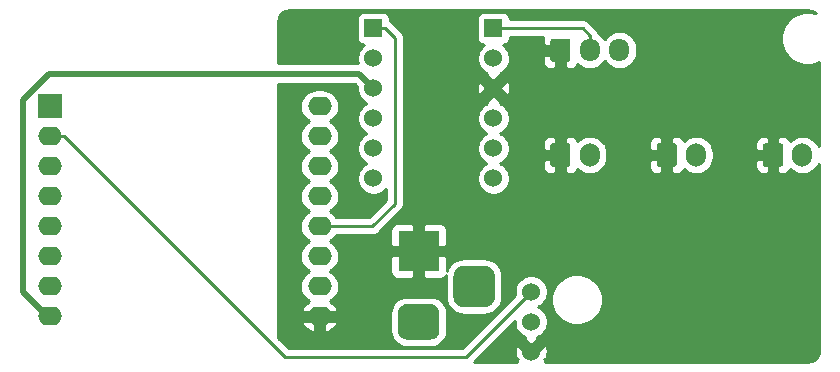
<source format=gbr>
G04 #@! TF.GenerationSoftware,KiCad,Pcbnew,(5.1.5)-3*
G04 #@! TF.CreationDate,2021-02-16T20:40:51+01:00*
G04 #@! TF.ProjectId,Nanoleafs,4e616e6f-6c65-4616-9673-2e6b69636164,rev?*
G04 #@! TF.SameCoordinates,Original*
G04 #@! TF.FileFunction,Copper,L1,Top*
G04 #@! TF.FilePolarity,Positive*
%FSLAX46Y46*%
G04 Gerber Fmt 4.6, Leading zero omitted, Abs format (unit mm)*
G04 Created by KiCad (PCBNEW (5.1.5)-3) date 2021-02-16 20:40:51*
%MOMM*%
%LPD*%
G04 APERTURE LIST*
%ADD10O,1.700000X2.000000*%
%ADD11C,0.100000*%
%ADD12R,3.500000X3.500000*%
%ADD13C,1.524000*%
%ADD14O,1.700000X1.950000*%
%ADD15R,1.524000X1.524000*%
%ADD16O,2.000000X1.600000*%
%ADD17R,2.000000X2.000000*%
%ADD18C,0.500000*%
%ADD19C,0.250000*%
%ADD20C,0.254000*%
G04 APERTURE END LIST*
D10*
X106000000Y-30375000D03*
G04 #@! TA.AperFunction,ComponentPad*
D11*
G36*
X104124504Y-29376204D02*
G01*
X104148773Y-29379804D01*
X104172571Y-29385765D01*
X104195671Y-29394030D01*
X104217849Y-29404520D01*
X104238893Y-29417133D01*
X104258598Y-29431747D01*
X104276777Y-29448223D01*
X104293253Y-29466402D01*
X104307867Y-29486107D01*
X104320480Y-29507151D01*
X104330970Y-29529329D01*
X104339235Y-29552429D01*
X104345196Y-29576227D01*
X104348796Y-29600496D01*
X104350000Y-29625000D01*
X104350000Y-31125000D01*
X104348796Y-31149504D01*
X104345196Y-31173773D01*
X104339235Y-31197571D01*
X104330970Y-31220671D01*
X104320480Y-31242849D01*
X104307867Y-31263893D01*
X104293253Y-31283598D01*
X104276777Y-31301777D01*
X104258598Y-31318253D01*
X104238893Y-31332867D01*
X104217849Y-31345480D01*
X104195671Y-31355970D01*
X104172571Y-31364235D01*
X104148773Y-31370196D01*
X104124504Y-31373796D01*
X104100000Y-31375000D01*
X102900000Y-31375000D01*
X102875496Y-31373796D01*
X102851227Y-31370196D01*
X102827429Y-31364235D01*
X102804329Y-31355970D01*
X102782151Y-31345480D01*
X102761107Y-31332867D01*
X102741402Y-31318253D01*
X102723223Y-31301777D01*
X102706747Y-31283598D01*
X102692133Y-31263893D01*
X102679520Y-31242849D01*
X102669030Y-31220671D01*
X102660765Y-31197571D01*
X102654804Y-31173773D01*
X102651204Y-31149504D01*
X102650000Y-31125000D01*
X102650000Y-29625000D01*
X102651204Y-29600496D01*
X102654804Y-29576227D01*
X102660765Y-29552429D01*
X102669030Y-29529329D01*
X102679520Y-29507151D01*
X102692133Y-29486107D01*
X102706747Y-29466402D01*
X102723223Y-29448223D01*
X102741402Y-29431747D01*
X102761107Y-29417133D01*
X102782151Y-29404520D01*
X102804329Y-29394030D01*
X102827429Y-29385765D01*
X102851227Y-29379804D01*
X102875496Y-29376204D01*
X102900000Y-29375000D01*
X104100000Y-29375000D01*
X104124504Y-29376204D01*
G37*
G04 #@! TD.AperFunction*
G04 #@! TA.AperFunction,ComponentPad*
G36*
X79160765Y-39754213D02*
G01*
X79245704Y-39766813D01*
X79328999Y-39787677D01*
X79409848Y-39816605D01*
X79487472Y-39853319D01*
X79561124Y-39897464D01*
X79630094Y-39948616D01*
X79693718Y-40006282D01*
X79751384Y-40069906D01*
X79802536Y-40138876D01*
X79846681Y-40212528D01*
X79883395Y-40290152D01*
X79912323Y-40371001D01*
X79933187Y-40454296D01*
X79945787Y-40539235D01*
X79950000Y-40625000D01*
X79950000Y-42375000D01*
X79945787Y-42460765D01*
X79933187Y-42545704D01*
X79912323Y-42628999D01*
X79883395Y-42709848D01*
X79846681Y-42787472D01*
X79802536Y-42861124D01*
X79751384Y-42930094D01*
X79693718Y-42993718D01*
X79630094Y-43051384D01*
X79561124Y-43102536D01*
X79487472Y-43146681D01*
X79409848Y-43183395D01*
X79328999Y-43212323D01*
X79245704Y-43233187D01*
X79160765Y-43245787D01*
X79075000Y-43250000D01*
X77325000Y-43250000D01*
X77239235Y-43245787D01*
X77154296Y-43233187D01*
X77071001Y-43212323D01*
X76990152Y-43183395D01*
X76912528Y-43146681D01*
X76838876Y-43102536D01*
X76769906Y-43051384D01*
X76706282Y-42993718D01*
X76648616Y-42930094D01*
X76597464Y-42861124D01*
X76553319Y-42787472D01*
X76516605Y-42709848D01*
X76487677Y-42628999D01*
X76466813Y-42545704D01*
X76454213Y-42460765D01*
X76450000Y-42375000D01*
X76450000Y-40625000D01*
X76454213Y-40539235D01*
X76466813Y-40454296D01*
X76487677Y-40371001D01*
X76516605Y-40290152D01*
X76553319Y-40212528D01*
X76597464Y-40138876D01*
X76648616Y-40069906D01*
X76706282Y-40006282D01*
X76769906Y-39948616D01*
X76838876Y-39897464D01*
X76912528Y-39853319D01*
X76990152Y-39816605D01*
X77071001Y-39787677D01*
X77154296Y-39766813D01*
X77239235Y-39754213D01*
X77325000Y-39750000D01*
X79075000Y-39750000D01*
X79160765Y-39754213D01*
G37*
G04 #@! TD.AperFunction*
G04 #@! TA.AperFunction,ComponentPad*
G36*
X74573513Y-43003611D02*
G01*
X74646318Y-43014411D01*
X74717714Y-43032295D01*
X74787013Y-43057090D01*
X74853548Y-43088559D01*
X74916678Y-43126398D01*
X74975795Y-43170242D01*
X75030330Y-43219670D01*
X75079758Y-43274205D01*
X75123602Y-43333322D01*
X75161441Y-43396452D01*
X75192910Y-43462987D01*
X75217705Y-43532286D01*
X75235589Y-43603682D01*
X75246389Y-43676487D01*
X75250000Y-43750000D01*
X75250000Y-45250000D01*
X75246389Y-45323513D01*
X75235589Y-45396318D01*
X75217705Y-45467714D01*
X75192910Y-45537013D01*
X75161441Y-45603548D01*
X75123602Y-45666678D01*
X75079758Y-45725795D01*
X75030330Y-45780330D01*
X74975795Y-45829758D01*
X74916678Y-45873602D01*
X74853548Y-45911441D01*
X74787013Y-45942910D01*
X74717714Y-45967705D01*
X74646318Y-45985589D01*
X74573513Y-45996389D01*
X74500000Y-46000000D01*
X72500000Y-46000000D01*
X72426487Y-45996389D01*
X72353682Y-45985589D01*
X72282286Y-45967705D01*
X72212987Y-45942910D01*
X72146452Y-45911441D01*
X72083322Y-45873602D01*
X72024205Y-45829758D01*
X71969670Y-45780330D01*
X71920242Y-45725795D01*
X71876398Y-45666678D01*
X71838559Y-45603548D01*
X71807090Y-45537013D01*
X71782295Y-45467714D01*
X71764411Y-45396318D01*
X71753611Y-45323513D01*
X71750000Y-45250000D01*
X71750000Y-43750000D01*
X71753611Y-43676487D01*
X71764411Y-43603682D01*
X71782295Y-43532286D01*
X71807090Y-43462987D01*
X71838559Y-43396452D01*
X71876398Y-43333322D01*
X71920242Y-43274205D01*
X71969670Y-43219670D01*
X72024205Y-43170242D01*
X72083322Y-43126398D01*
X72146452Y-43088559D01*
X72212987Y-43057090D01*
X72282286Y-43032295D01*
X72353682Y-43014411D01*
X72426487Y-43003611D01*
X72500000Y-43000000D01*
X74500000Y-43000000D01*
X74573513Y-43003611D01*
G37*
G04 #@! TD.AperFunction*
D12*
X73500000Y-38500000D03*
D13*
X83020000Y-47040000D03*
X83020000Y-44500000D03*
X83020000Y-41960000D03*
D10*
X97000000Y-30375000D03*
G04 #@! TA.AperFunction,ComponentPad*
D11*
G36*
X95124504Y-29376204D02*
G01*
X95148773Y-29379804D01*
X95172571Y-29385765D01*
X95195671Y-29394030D01*
X95217849Y-29404520D01*
X95238893Y-29417133D01*
X95258598Y-29431747D01*
X95276777Y-29448223D01*
X95293253Y-29466402D01*
X95307867Y-29486107D01*
X95320480Y-29507151D01*
X95330970Y-29529329D01*
X95339235Y-29552429D01*
X95345196Y-29576227D01*
X95348796Y-29600496D01*
X95350000Y-29625000D01*
X95350000Y-31125000D01*
X95348796Y-31149504D01*
X95345196Y-31173773D01*
X95339235Y-31197571D01*
X95330970Y-31220671D01*
X95320480Y-31242849D01*
X95307867Y-31263893D01*
X95293253Y-31283598D01*
X95276777Y-31301777D01*
X95258598Y-31318253D01*
X95238893Y-31332867D01*
X95217849Y-31345480D01*
X95195671Y-31355970D01*
X95172571Y-31364235D01*
X95148773Y-31370196D01*
X95124504Y-31373796D01*
X95100000Y-31375000D01*
X93900000Y-31375000D01*
X93875496Y-31373796D01*
X93851227Y-31370196D01*
X93827429Y-31364235D01*
X93804329Y-31355970D01*
X93782151Y-31345480D01*
X93761107Y-31332867D01*
X93741402Y-31318253D01*
X93723223Y-31301777D01*
X93706747Y-31283598D01*
X93692133Y-31263893D01*
X93679520Y-31242849D01*
X93669030Y-31220671D01*
X93660765Y-31197571D01*
X93654804Y-31173773D01*
X93651204Y-31149504D01*
X93650000Y-31125000D01*
X93650000Y-29625000D01*
X93651204Y-29600496D01*
X93654804Y-29576227D01*
X93660765Y-29552429D01*
X93669030Y-29529329D01*
X93679520Y-29507151D01*
X93692133Y-29486107D01*
X93706747Y-29466402D01*
X93723223Y-29448223D01*
X93741402Y-29431747D01*
X93761107Y-29417133D01*
X93782151Y-29404520D01*
X93804329Y-29394030D01*
X93827429Y-29385765D01*
X93851227Y-29379804D01*
X93875496Y-29376204D01*
X93900000Y-29375000D01*
X95100000Y-29375000D01*
X95124504Y-29376204D01*
G37*
G04 #@! TD.AperFunction*
D10*
X88000000Y-30375000D03*
G04 #@! TA.AperFunction,ComponentPad*
D11*
G36*
X86124504Y-29376204D02*
G01*
X86148773Y-29379804D01*
X86172571Y-29385765D01*
X86195671Y-29394030D01*
X86217849Y-29404520D01*
X86238893Y-29417133D01*
X86258598Y-29431747D01*
X86276777Y-29448223D01*
X86293253Y-29466402D01*
X86307867Y-29486107D01*
X86320480Y-29507151D01*
X86330970Y-29529329D01*
X86339235Y-29552429D01*
X86345196Y-29576227D01*
X86348796Y-29600496D01*
X86350000Y-29625000D01*
X86350000Y-31125000D01*
X86348796Y-31149504D01*
X86345196Y-31173773D01*
X86339235Y-31197571D01*
X86330970Y-31220671D01*
X86320480Y-31242849D01*
X86307867Y-31263893D01*
X86293253Y-31283598D01*
X86276777Y-31301777D01*
X86258598Y-31318253D01*
X86238893Y-31332867D01*
X86217849Y-31345480D01*
X86195671Y-31355970D01*
X86172571Y-31364235D01*
X86148773Y-31370196D01*
X86124504Y-31373796D01*
X86100000Y-31375000D01*
X84900000Y-31375000D01*
X84875496Y-31373796D01*
X84851227Y-31370196D01*
X84827429Y-31364235D01*
X84804329Y-31355970D01*
X84782151Y-31345480D01*
X84761107Y-31332867D01*
X84741402Y-31318253D01*
X84723223Y-31301777D01*
X84706747Y-31283598D01*
X84692133Y-31263893D01*
X84679520Y-31242849D01*
X84669030Y-31220671D01*
X84660765Y-31197571D01*
X84654804Y-31173773D01*
X84651204Y-31149504D01*
X84650000Y-31125000D01*
X84650000Y-29625000D01*
X84651204Y-29600496D01*
X84654804Y-29576227D01*
X84660765Y-29552429D01*
X84669030Y-29529329D01*
X84679520Y-29507151D01*
X84692133Y-29486107D01*
X84706747Y-29466402D01*
X84723223Y-29448223D01*
X84741402Y-29431747D01*
X84761107Y-29417133D01*
X84782151Y-29404520D01*
X84804329Y-29394030D01*
X84827429Y-29385765D01*
X84851227Y-29379804D01*
X84875496Y-29376204D01*
X84900000Y-29375000D01*
X86100000Y-29375000D01*
X86124504Y-29376204D01*
G37*
G04 #@! TD.AperFunction*
D14*
X90500000Y-21500000D03*
X88000000Y-21500000D03*
G04 #@! TA.AperFunction,ComponentPad*
D11*
G36*
X86124504Y-20526204D02*
G01*
X86148773Y-20529804D01*
X86172571Y-20535765D01*
X86195671Y-20544030D01*
X86217849Y-20554520D01*
X86238893Y-20567133D01*
X86258598Y-20581747D01*
X86276777Y-20598223D01*
X86293253Y-20616402D01*
X86307867Y-20636107D01*
X86320480Y-20657151D01*
X86330970Y-20679329D01*
X86339235Y-20702429D01*
X86345196Y-20726227D01*
X86348796Y-20750496D01*
X86350000Y-20775000D01*
X86350000Y-22225000D01*
X86348796Y-22249504D01*
X86345196Y-22273773D01*
X86339235Y-22297571D01*
X86330970Y-22320671D01*
X86320480Y-22342849D01*
X86307867Y-22363893D01*
X86293253Y-22383598D01*
X86276777Y-22401777D01*
X86258598Y-22418253D01*
X86238893Y-22432867D01*
X86217849Y-22445480D01*
X86195671Y-22455970D01*
X86172571Y-22464235D01*
X86148773Y-22470196D01*
X86124504Y-22473796D01*
X86100000Y-22475000D01*
X84900000Y-22475000D01*
X84875496Y-22473796D01*
X84851227Y-22470196D01*
X84827429Y-22464235D01*
X84804329Y-22455970D01*
X84782151Y-22445480D01*
X84761107Y-22432867D01*
X84741402Y-22418253D01*
X84723223Y-22401777D01*
X84706747Y-22383598D01*
X84692133Y-22363893D01*
X84679520Y-22342849D01*
X84669030Y-22320671D01*
X84660765Y-22297571D01*
X84654804Y-22273773D01*
X84651204Y-22249504D01*
X84650000Y-22225000D01*
X84650000Y-20775000D01*
X84651204Y-20750496D01*
X84654804Y-20726227D01*
X84660765Y-20702429D01*
X84669030Y-20679329D01*
X84679520Y-20657151D01*
X84692133Y-20636107D01*
X84706747Y-20616402D01*
X84723223Y-20598223D01*
X84741402Y-20581747D01*
X84761107Y-20567133D01*
X84782151Y-20554520D01*
X84804329Y-20544030D01*
X84827429Y-20535765D01*
X84851227Y-20529804D01*
X84875496Y-20526204D01*
X84900000Y-20525000D01*
X86100000Y-20525000D01*
X86124504Y-20526204D01*
G37*
G04 #@! TD.AperFunction*
D15*
X69670000Y-19650000D03*
D13*
X69670000Y-22190000D03*
X69670000Y-24730000D03*
X69670000Y-27270000D03*
X69670000Y-29810000D03*
X69670000Y-32350000D03*
D15*
X79830000Y-19650000D03*
D13*
X79830000Y-22190000D03*
X79830000Y-24730000D03*
X79830000Y-27270000D03*
X79830000Y-29810000D03*
X79830000Y-32350000D03*
D16*
X65110000Y-26250000D03*
X65110000Y-28790000D03*
X65110000Y-31330000D03*
X65110000Y-33870000D03*
X65110000Y-36410000D03*
X65110000Y-38950000D03*
X65110000Y-41490000D03*
X65110000Y-44030000D03*
X42250000Y-44030000D03*
X42250000Y-41490000D03*
X42250000Y-38950000D03*
X42250000Y-36410000D03*
X42250000Y-33870000D03*
X42250000Y-31330000D03*
D17*
X42250000Y-26250000D03*
D16*
X42250000Y-28790000D03*
D18*
X85500000Y-22475000D02*
X85500000Y-21500000D01*
D19*
X43500000Y-28790000D02*
X62210000Y-47500000D01*
X42250000Y-28790000D02*
X43500000Y-28790000D01*
X77480000Y-47500000D02*
X83020000Y-41960000D01*
X62210000Y-47500000D02*
X77480000Y-47500000D01*
X88000000Y-20275000D02*
X88000000Y-21500000D01*
X87375000Y-19650000D02*
X88000000Y-20275000D01*
X79830000Y-19650000D02*
X87375000Y-19650000D01*
X65110000Y-36410000D02*
X69590000Y-36410000D01*
X69590000Y-36410000D02*
X71500000Y-34500000D01*
X70682000Y-19650000D02*
X69670000Y-19650000D01*
X71500000Y-20468000D02*
X70682000Y-19650000D01*
X71500000Y-34500000D02*
X71500000Y-20468000D01*
D18*
X42050000Y-44030000D02*
X40000000Y-41980000D01*
X42250000Y-44030000D02*
X42050000Y-44030000D01*
X40000000Y-25689998D02*
X42189998Y-23500000D01*
X40000000Y-41980000D02*
X40000000Y-25689998D01*
X68440000Y-23500000D02*
X69670000Y-24730000D01*
X42189998Y-23500000D02*
X68440000Y-23500000D01*
D20*
G36*
X106670189Y-18144376D02*
G01*
X106833850Y-18194022D01*
X106984672Y-18274638D01*
X107103735Y-18372350D01*
X107051925Y-18350890D01*
X106620128Y-18265000D01*
X106179872Y-18265000D01*
X105748075Y-18350890D01*
X105341331Y-18519369D01*
X104975271Y-18763962D01*
X104663962Y-19075271D01*
X104419369Y-19441331D01*
X104250890Y-19848075D01*
X104165000Y-20279872D01*
X104165000Y-20720128D01*
X104250890Y-21151925D01*
X104419369Y-21558669D01*
X104663962Y-21924729D01*
X104975271Y-22236038D01*
X105341331Y-22480631D01*
X105748075Y-22649110D01*
X106179872Y-22735000D01*
X106620128Y-22735000D01*
X107051925Y-22649110D01*
X107373000Y-22516116D01*
X107373000Y-29643491D01*
X107240706Y-29395986D01*
X107055134Y-29169866D01*
X106829013Y-28984294D01*
X106571033Y-28846401D01*
X106291110Y-28761487D01*
X106000000Y-28732815D01*
X105708889Y-28761487D01*
X105428966Y-28846401D01*
X105170986Y-28984294D01*
X104950055Y-29165608D01*
X104939502Y-29130820D01*
X104880537Y-29020506D01*
X104801185Y-28923815D01*
X104704494Y-28844463D01*
X104594180Y-28785498D01*
X104474482Y-28749188D01*
X104350000Y-28736928D01*
X104031750Y-28740000D01*
X103873000Y-28898750D01*
X103873000Y-30002000D01*
X103893000Y-30002000D01*
X103893000Y-30748000D01*
X103873000Y-30748000D01*
X103873000Y-31851250D01*
X104031750Y-32010000D01*
X104350000Y-32013072D01*
X104474482Y-32000812D01*
X104594180Y-31964502D01*
X104704494Y-31905537D01*
X104801185Y-31826185D01*
X104880537Y-31729494D01*
X104939502Y-31619180D01*
X104950055Y-31584392D01*
X105170987Y-31765706D01*
X105428967Y-31903599D01*
X105708890Y-31988513D01*
X106000000Y-32017185D01*
X106291111Y-31988513D01*
X106571034Y-31903599D01*
X106829014Y-31765706D01*
X107055134Y-31580134D01*
X107240706Y-31354014D01*
X107373000Y-31106508D01*
X107373000Y-46993766D01*
X107355624Y-47170189D01*
X107305978Y-47333850D01*
X107225362Y-47484672D01*
X107116870Y-47616870D01*
X106984672Y-47725362D01*
X106833850Y-47805978D01*
X106670189Y-47855624D01*
X106493766Y-47873000D01*
X84171347Y-47873000D01*
X84275926Y-47768421D01*
X84123669Y-47616164D01*
X84334084Y-47533684D01*
X84405147Y-47267833D01*
X84422980Y-46993227D01*
X84386897Y-46720417D01*
X84334084Y-46546316D01*
X84123667Y-46463835D01*
X83547502Y-47040000D01*
X83561644Y-47054142D01*
X83034142Y-47581644D01*
X83020000Y-47567502D01*
X83005858Y-47581644D01*
X82478356Y-47054142D01*
X82492498Y-47040000D01*
X81916333Y-46463835D01*
X81705916Y-46546316D01*
X81634853Y-46812167D01*
X81617020Y-47086773D01*
X81653103Y-47359583D01*
X81705916Y-47533684D01*
X81916331Y-47616164D01*
X81764074Y-47768421D01*
X81868653Y-47873000D01*
X78181801Y-47873000D01*
X81623000Y-44431802D01*
X81623000Y-44637592D01*
X81676686Y-44907490D01*
X81781995Y-45161727D01*
X81934880Y-45390535D01*
X82129465Y-45585120D01*
X82358273Y-45738005D01*
X82498766Y-45796199D01*
X82443835Y-45936333D01*
X83020000Y-46512498D01*
X83596165Y-45936333D01*
X83541234Y-45796199D01*
X83681727Y-45738005D01*
X83910535Y-45585120D01*
X84105120Y-45390535D01*
X84258005Y-45161727D01*
X84363314Y-44907490D01*
X84417000Y-44637592D01*
X84417000Y-44362408D01*
X84363314Y-44092510D01*
X84258005Y-43838273D01*
X84105120Y-43609465D01*
X83910535Y-43414880D01*
X83681727Y-43261995D01*
X83604485Y-43230000D01*
X83681727Y-43198005D01*
X83910535Y-43045120D01*
X84105120Y-42850535D01*
X84258005Y-42621727D01*
X84342271Y-42418290D01*
X84730497Y-42418290D01*
X84730497Y-42845644D01*
X84813870Y-43264788D01*
X84977412Y-43659612D01*
X85214837Y-44014944D01*
X85517023Y-44317130D01*
X85872355Y-44554555D01*
X86267179Y-44718097D01*
X86686323Y-44801470D01*
X87113677Y-44801470D01*
X87532821Y-44718097D01*
X87927645Y-44554555D01*
X88282977Y-44317130D01*
X88585163Y-44014944D01*
X88822588Y-43659612D01*
X88986130Y-43264788D01*
X89069503Y-42845644D01*
X89069503Y-42418290D01*
X88986130Y-41999146D01*
X88822588Y-41604322D01*
X88585163Y-41248990D01*
X88282977Y-40946804D01*
X87927645Y-40709379D01*
X87532821Y-40545837D01*
X87113677Y-40462464D01*
X86686323Y-40462464D01*
X86267179Y-40545837D01*
X85872355Y-40709379D01*
X85517023Y-40946804D01*
X85214837Y-41248990D01*
X84977412Y-41604322D01*
X84813870Y-41999146D01*
X84730497Y-42418290D01*
X84342271Y-42418290D01*
X84363314Y-42367490D01*
X84417000Y-42097592D01*
X84417000Y-41822408D01*
X84363314Y-41552510D01*
X84258005Y-41298273D01*
X84105120Y-41069465D01*
X83910535Y-40874880D01*
X83681727Y-40721995D01*
X83427490Y-40616686D01*
X83157592Y-40563000D01*
X82882408Y-40563000D01*
X82612510Y-40616686D01*
X82358273Y-40721995D01*
X82129465Y-40874880D01*
X81934880Y-41069465D01*
X81781995Y-41298273D01*
X81676686Y-41552510D01*
X81623000Y-41822408D01*
X81623000Y-42097592D01*
X81653628Y-42251570D01*
X77165199Y-46740000D01*
X62524802Y-46740000D01*
X61627000Y-45842198D01*
X61627000Y-44615175D01*
X63599735Y-44615175D01*
X63665703Y-44720196D01*
X63824262Y-44949684D01*
X64024546Y-45143829D01*
X64258857Y-45295171D01*
X64518191Y-45397893D01*
X64737000Y-45283594D01*
X64737000Y-44403000D01*
X65483000Y-44403000D01*
X65483000Y-45283594D01*
X65701809Y-45397893D01*
X65961143Y-45295171D01*
X66195454Y-45143829D01*
X66395738Y-44949684D01*
X66554297Y-44720196D01*
X66620265Y-44615175D01*
X66530527Y-44403000D01*
X65483000Y-44403000D01*
X64737000Y-44403000D01*
X63689473Y-44403000D01*
X63599735Y-44615175D01*
X61627000Y-44615175D01*
X61627000Y-43750000D01*
X71111928Y-43750000D01*
X71111928Y-45250000D01*
X71138599Y-45520799D01*
X71217589Y-45781192D01*
X71345860Y-46021171D01*
X71518485Y-46231515D01*
X71728829Y-46404140D01*
X71968808Y-46532411D01*
X72229201Y-46611401D01*
X72500000Y-46638072D01*
X74500000Y-46638072D01*
X74770799Y-46611401D01*
X75031192Y-46532411D01*
X75271171Y-46404140D01*
X75481515Y-46231515D01*
X75654140Y-46021171D01*
X75782411Y-45781192D01*
X75861401Y-45520799D01*
X75888072Y-45250000D01*
X75888072Y-43750000D01*
X75861401Y-43479201D01*
X75782411Y-43218808D01*
X75654140Y-42978829D01*
X75481515Y-42768485D01*
X75271171Y-42595860D01*
X75031192Y-42467589D01*
X74770799Y-42388599D01*
X74500000Y-42361928D01*
X72500000Y-42361928D01*
X72229201Y-42388599D01*
X71968808Y-42467589D01*
X71728829Y-42595860D01*
X71518485Y-42768485D01*
X71345860Y-42978829D01*
X71217589Y-43218808D01*
X71138599Y-43479201D01*
X71111928Y-43750000D01*
X61627000Y-43750000D01*
X61627000Y-24385000D01*
X68073422Y-24385000D01*
X68274299Y-24585877D01*
X68273000Y-24592408D01*
X68273000Y-24867592D01*
X68326686Y-25137490D01*
X68431995Y-25391727D01*
X68584880Y-25620535D01*
X68779465Y-25815120D01*
X69008273Y-25968005D01*
X69085515Y-26000000D01*
X69008273Y-26031995D01*
X68779465Y-26184880D01*
X68584880Y-26379465D01*
X68431995Y-26608273D01*
X68326686Y-26862510D01*
X68273000Y-27132408D01*
X68273000Y-27407592D01*
X68326686Y-27677490D01*
X68431995Y-27931727D01*
X68584880Y-28160535D01*
X68779465Y-28355120D01*
X69008273Y-28508005D01*
X69085515Y-28540000D01*
X69008273Y-28571995D01*
X68779465Y-28724880D01*
X68584880Y-28919465D01*
X68431995Y-29148273D01*
X68326686Y-29402510D01*
X68273000Y-29672408D01*
X68273000Y-29947592D01*
X68326686Y-30217490D01*
X68431995Y-30471727D01*
X68584880Y-30700535D01*
X68779465Y-30895120D01*
X69008273Y-31048005D01*
X69085515Y-31080000D01*
X69008273Y-31111995D01*
X68779465Y-31264880D01*
X68584880Y-31459465D01*
X68431995Y-31688273D01*
X68326686Y-31942510D01*
X68273000Y-32212408D01*
X68273000Y-32487592D01*
X68326686Y-32757490D01*
X68431995Y-33011727D01*
X68584880Y-33240535D01*
X68779465Y-33435120D01*
X69008273Y-33588005D01*
X69262510Y-33693314D01*
X69532408Y-33747000D01*
X69807592Y-33747000D01*
X70077490Y-33693314D01*
X70331727Y-33588005D01*
X70560535Y-33435120D01*
X70740000Y-33255655D01*
X70740000Y-34185198D01*
X69275199Y-35650000D01*
X66530901Y-35650000D01*
X66508932Y-35608899D01*
X66329608Y-35390392D01*
X66111101Y-35211068D01*
X65978142Y-35140000D01*
X66111101Y-35068932D01*
X66329608Y-34889608D01*
X66508932Y-34671101D01*
X66642182Y-34421808D01*
X66724236Y-34151309D01*
X66751943Y-33870000D01*
X66724236Y-33588691D01*
X66642182Y-33318192D01*
X66508932Y-33068899D01*
X66329608Y-32850392D01*
X66111101Y-32671068D01*
X65978142Y-32600000D01*
X66111101Y-32528932D01*
X66329608Y-32349608D01*
X66508932Y-32131101D01*
X66642182Y-31881808D01*
X66724236Y-31611309D01*
X66751943Y-31330000D01*
X66724236Y-31048691D01*
X66642182Y-30778192D01*
X66508932Y-30528899D01*
X66329608Y-30310392D01*
X66111101Y-30131068D01*
X65978142Y-30060000D01*
X66111101Y-29988932D01*
X66329608Y-29809608D01*
X66508932Y-29591101D01*
X66642182Y-29341808D01*
X66724236Y-29071309D01*
X66751943Y-28790000D01*
X66724236Y-28508691D01*
X66642182Y-28238192D01*
X66508932Y-27988899D01*
X66329608Y-27770392D01*
X66111101Y-27591068D01*
X65978142Y-27520000D01*
X66111101Y-27448932D01*
X66329608Y-27269608D01*
X66508932Y-27051101D01*
X66642182Y-26801808D01*
X66724236Y-26531309D01*
X66751943Y-26250000D01*
X66724236Y-25968691D01*
X66642182Y-25698192D01*
X66508932Y-25448899D01*
X66329608Y-25230392D01*
X66111101Y-25051068D01*
X65861808Y-24917818D01*
X65591309Y-24835764D01*
X65380492Y-24815000D01*
X64839508Y-24815000D01*
X64628691Y-24835764D01*
X64358192Y-24917818D01*
X64108899Y-25051068D01*
X63890392Y-25230392D01*
X63711068Y-25448899D01*
X63577818Y-25698192D01*
X63495764Y-25968691D01*
X63468057Y-26250000D01*
X63495764Y-26531309D01*
X63577818Y-26801808D01*
X63711068Y-27051101D01*
X63890392Y-27269608D01*
X64108899Y-27448932D01*
X64241858Y-27520000D01*
X64108899Y-27591068D01*
X63890392Y-27770392D01*
X63711068Y-27988899D01*
X63577818Y-28238192D01*
X63495764Y-28508691D01*
X63468057Y-28790000D01*
X63495764Y-29071309D01*
X63577818Y-29341808D01*
X63711068Y-29591101D01*
X63890392Y-29809608D01*
X64108899Y-29988932D01*
X64241858Y-30060000D01*
X64108899Y-30131068D01*
X63890392Y-30310392D01*
X63711068Y-30528899D01*
X63577818Y-30778192D01*
X63495764Y-31048691D01*
X63468057Y-31330000D01*
X63495764Y-31611309D01*
X63577818Y-31881808D01*
X63711068Y-32131101D01*
X63890392Y-32349608D01*
X64108899Y-32528932D01*
X64241858Y-32600000D01*
X64108899Y-32671068D01*
X63890392Y-32850392D01*
X63711068Y-33068899D01*
X63577818Y-33318192D01*
X63495764Y-33588691D01*
X63468057Y-33870000D01*
X63495764Y-34151309D01*
X63577818Y-34421808D01*
X63711068Y-34671101D01*
X63890392Y-34889608D01*
X64108899Y-35068932D01*
X64241858Y-35140000D01*
X64108899Y-35211068D01*
X63890392Y-35390392D01*
X63711068Y-35608899D01*
X63577818Y-35858192D01*
X63495764Y-36128691D01*
X63468057Y-36410000D01*
X63495764Y-36691309D01*
X63577818Y-36961808D01*
X63711068Y-37211101D01*
X63890392Y-37429608D01*
X64108899Y-37608932D01*
X64241858Y-37680000D01*
X64108899Y-37751068D01*
X63890392Y-37930392D01*
X63711068Y-38148899D01*
X63577818Y-38398192D01*
X63495764Y-38668691D01*
X63468057Y-38950000D01*
X63495764Y-39231309D01*
X63577818Y-39501808D01*
X63711068Y-39751101D01*
X63890392Y-39969608D01*
X64108899Y-40148932D01*
X64241858Y-40220000D01*
X64108899Y-40291068D01*
X63890392Y-40470392D01*
X63711068Y-40688899D01*
X63577818Y-40938192D01*
X63495764Y-41208691D01*
X63468057Y-41490000D01*
X63495764Y-41771309D01*
X63577818Y-42041808D01*
X63711068Y-42291101D01*
X63890392Y-42509608D01*
X64108899Y-42688932D01*
X64255250Y-42767159D01*
X64024546Y-42916171D01*
X63824262Y-43110316D01*
X63665703Y-43339804D01*
X63599735Y-43444825D01*
X63689473Y-43657000D01*
X64737000Y-43657000D01*
X64737000Y-43637000D01*
X65483000Y-43637000D01*
X65483000Y-43657000D01*
X66530527Y-43657000D01*
X66620265Y-43444825D01*
X66554297Y-43339804D01*
X66395738Y-43110316D01*
X66195454Y-42916171D01*
X65964750Y-42767159D01*
X66111101Y-42688932D01*
X66329608Y-42509608D01*
X66508932Y-42291101D01*
X66642182Y-42041808D01*
X66724236Y-41771309D01*
X66751943Y-41490000D01*
X66724236Y-41208691D01*
X66642182Y-40938192D01*
X66508932Y-40688899D01*
X66329608Y-40470392D01*
X66111101Y-40291068D01*
X66034269Y-40250000D01*
X71111928Y-40250000D01*
X71124188Y-40374482D01*
X71160498Y-40494180D01*
X71219463Y-40604494D01*
X71298815Y-40701185D01*
X71395506Y-40780537D01*
X71505820Y-40839502D01*
X71625518Y-40875812D01*
X71750000Y-40888072D01*
X72968250Y-40885000D01*
X73127000Y-40726250D01*
X73127000Y-38873000D01*
X73873000Y-38873000D01*
X73873000Y-40726250D01*
X74031750Y-40885000D01*
X75250000Y-40888072D01*
X75374482Y-40875812D01*
X75494180Y-40839502D01*
X75604494Y-40780537D01*
X75701185Y-40701185D01*
X75780537Y-40604494D01*
X75821494Y-40527869D01*
X75811928Y-40625000D01*
X75811928Y-42375000D01*
X75841001Y-42670186D01*
X75927104Y-42954028D01*
X76066927Y-43215618D01*
X76255097Y-43444903D01*
X76484382Y-43633073D01*
X76745972Y-43772896D01*
X77029814Y-43858999D01*
X77325000Y-43888072D01*
X79075000Y-43888072D01*
X79370186Y-43858999D01*
X79654028Y-43772896D01*
X79915618Y-43633073D01*
X80144903Y-43444903D01*
X80333073Y-43215618D01*
X80472896Y-42954028D01*
X80558999Y-42670186D01*
X80588072Y-42375000D01*
X80588072Y-40625000D01*
X80558999Y-40329814D01*
X80472896Y-40045972D01*
X80333073Y-39784382D01*
X80144903Y-39555097D01*
X79915618Y-39366927D01*
X79654028Y-39227104D01*
X79370186Y-39141001D01*
X79075000Y-39111928D01*
X77325000Y-39111928D01*
X77029814Y-39141001D01*
X76745972Y-39227104D01*
X76484382Y-39366927D01*
X76255097Y-39555097D01*
X76066927Y-39784382D01*
X75927104Y-40045972D01*
X75887884Y-40175264D01*
X75885000Y-39031750D01*
X75726250Y-38873000D01*
X73873000Y-38873000D01*
X73127000Y-38873000D01*
X71273750Y-38873000D01*
X71115000Y-39031750D01*
X71111928Y-40250000D01*
X66034269Y-40250000D01*
X65978142Y-40220000D01*
X66111101Y-40148932D01*
X66329608Y-39969608D01*
X66508932Y-39751101D01*
X66642182Y-39501808D01*
X66724236Y-39231309D01*
X66751943Y-38950000D01*
X66724236Y-38668691D01*
X66642182Y-38398192D01*
X66508932Y-38148899D01*
X66329608Y-37930392D01*
X66111101Y-37751068D01*
X65978142Y-37680000D01*
X66111101Y-37608932D01*
X66329608Y-37429608D01*
X66508932Y-37211101D01*
X66530901Y-37170000D01*
X69552678Y-37170000D01*
X69590000Y-37173676D01*
X69627322Y-37170000D01*
X69627333Y-37170000D01*
X69738986Y-37159003D01*
X69882247Y-37115546D01*
X70014276Y-37044974D01*
X70130001Y-36950001D01*
X70153804Y-36920997D01*
X70324801Y-36750000D01*
X71111928Y-36750000D01*
X71115000Y-37968250D01*
X71273750Y-38127000D01*
X73127000Y-38127000D01*
X73127000Y-36273750D01*
X73873000Y-36273750D01*
X73873000Y-38127000D01*
X75726250Y-38127000D01*
X75885000Y-37968250D01*
X75888072Y-36750000D01*
X75875812Y-36625518D01*
X75839502Y-36505820D01*
X75780537Y-36395506D01*
X75701185Y-36298815D01*
X75604494Y-36219463D01*
X75494180Y-36160498D01*
X75374482Y-36124188D01*
X75250000Y-36111928D01*
X74031750Y-36115000D01*
X73873000Y-36273750D01*
X73127000Y-36273750D01*
X72968250Y-36115000D01*
X71750000Y-36111928D01*
X71625518Y-36124188D01*
X71505820Y-36160498D01*
X71395506Y-36219463D01*
X71298815Y-36298815D01*
X71219463Y-36395506D01*
X71160498Y-36505820D01*
X71124188Y-36625518D01*
X71111928Y-36750000D01*
X70324801Y-36750000D01*
X72011004Y-35063798D01*
X72040001Y-35040001D01*
X72093346Y-34975000D01*
X72134974Y-34924277D01*
X72205546Y-34792247D01*
X72205546Y-34792246D01*
X72249003Y-34648986D01*
X72260000Y-34537333D01*
X72260000Y-34537323D01*
X72263676Y-34500000D01*
X72260000Y-34462677D01*
X72260000Y-27132408D01*
X78433000Y-27132408D01*
X78433000Y-27407592D01*
X78486686Y-27677490D01*
X78591995Y-27931727D01*
X78744880Y-28160535D01*
X78939465Y-28355120D01*
X79168273Y-28508005D01*
X79245515Y-28540000D01*
X79168273Y-28571995D01*
X78939465Y-28724880D01*
X78744880Y-28919465D01*
X78591995Y-29148273D01*
X78486686Y-29402510D01*
X78433000Y-29672408D01*
X78433000Y-29947592D01*
X78486686Y-30217490D01*
X78591995Y-30471727D01*
X78744880Y-30700535D01*
X78939465Y-30895120D01*
X79168273Y-31048005D01*
X79245515Y-31080000D01*
X79168273Y-31111995D01*
X78939465Y-31264880D01*
X78744880Y-31459465D01*
X78591995Y-31688273D01*
X78486686Y-31942510D01*
X78433000Y-32212408D01*
X78433000Y-32487592D01*
X78486686Y-32757490D01*
X78591995Y-33011727D01*
X78744880Y-33240535D01*
X78939465Y-33435120D01*
X79168273Y-33588005D01*
X79422510Y-33693314D01*
X79692408Y-33747000D01*
X79967592Y-33747000D01*
X80237490Y-33693314D01*
X80491727Y-33588005D01*
X80720535Y-33435120D01*
X80915120Y-33240535D01*
X81068005Y-33011727D01*
X81173314Y-32757490D01*
X81227000Y-32487592D01*
X81227000Y-32212408D01*
X81173314Y-31942510D01*
X81068005Y-31688273D01*
X80915120Y-31459465D01*
X80830655Y-31375000D01*
X84011928Y-31375000D01*
X84024188Y-31499482D01*
X84060498Y-31619180D01*
X84119463Y-31729494D01*
X84198815Y-31826185D01*
X84295506Y-31905537D01*
X84405820Y-31964502D01*
X84525518Y-32000812D01*
X84650000Y-32013072D01*
X84968250Y-32010000D01*
X85127000Y-31851250D01*
X85127000Y-30748000D01*
X84173750Y-30748000D01*
X84015000Y-30906750D01*
X84011928Y-31375000D01*
X80830655Y-31375000D01*
X80720535Y-31264880D01*
X80491727Y-31111995D01*
X80414485Y-31080000D01*
X80491727Y-31048005D01*
X80720535Y-30895120D01*
X80915120Y-30700535D01*
X81068005Y-30471727D01*
X81173314Y-30217490D01*
X81227000Y-29947592D01*
X81227000Y-29672408D01*
X81173314Y-29402510D01*
X81161919Y-29375000D01*
X84011928Y-29375000D01*
X84015000Y-29843250D01*
X84173750Y-30002000D01*
X85127000Y-30002000D01*
X85127000Y-28898750D01*
X85873000Y-28898750D01*
X85873000Y-30002000D01*
X85893000Y-30002000D01*
X85893000Y-30748000D01*
X85873000Y-30748000D01*
X85873000Y-31851250D01*
X86031750Y-32010000D01*
X86350000Y-32013072D01*
X86474482Y-32000812D01*
X86594180Y-31964502D01*
X86704494Y-31905537D01*
X86801185Y-31826185D01*
X86880537Y-31729494D01*
X86939502Y-31619180D01*
X86950055Y-31584392D01*
X87170987Y-31765706D01*
X87428967Y-31903599D01*
X87708890Y-31988513D01*
X88000000Y-32017185D01*
X88291111Y-31988513D01*
X88571034Y-31903599D01*
X88829014Y-31765706D01*
X89055134Y-31580134D01*
X89223483Y-31375000D01*
X93011928Y-31375000D01*
X93024188Y-31499482D01*
X93060498Y-31619180D01*
X93119463Y-31729494D01*
X93198815Y-31826185D01*
X93295506Y-31905537D01*
X93405820Y-31964502D01*
X93525518Y-32000812D01*
X93650000Y-32013072D01*
X93968250Y-32010000D01*
X94127000Y-31851250D01*
X94127000Y-30748000D01*
X93173750Y-30748000D01*
X93015000Y-30906750D01*
X93011928Y-31375000D01*
X89223483Y-31375000D01*
X89240706Y-31354014D01*
X89378599Y-31096033D01*
X89463513Y-30816110D01*
X89485000Y-30597949D01*
X89485000Y-30152050D01*
X89463513Y-29933889D01*
X89378599Y-29653966D01*
X89240706Y-29395986D01*
X89223484Y-29375000D01*
X93011928Y-29375000D01*
X93015000Y-29843250D01*
X93173750Y-30002000D01*
X94127000Y-30002000D01*
X94127000Y-28898750D01*
X94873000Y-28898750D01*
X94873000Y-30002000D01*
X94893000Y-30002000D01*
X94893000Y-30748000D01*
X94873000Y-30748000D01*
X94873000Y-31851250D01*
X95031750Y-32010000D01*
X95350000Y-32013072D01*
X95474482Y-32000812D01*
X95594180Y-31964502D01*
X95704494Y-31905537D01*
X95801185Y-31826185D01*
X95880537Y-31729494D01*
X95939502Y-31619180D01*
X95950055Y-31584392D01*
X96170987Y-31765706D01*
X96428967Y-31903599D01*
X96708890Y-31988513D01*
X97000000Y-32017185D01*
X97291111Y-31988513D01*
X97571034Y-31903599D01*
X97829014Y-31765706D01*
X98055134Y-31580134D01*
X98223483Y-31375000D01*
X102011928Y-31375000D01*
X102024188Y-31499482D01*
X102060498Y-31619180D01*
X102119463Y-31729494D01*
X102198815Y-31826185D01*
X102295506Y-31905537D01*
X102405820Y-31964502D01*
X102525518Y-32000812D01*
X102650000Y-32013072D01*
X102968250Y-32010000D01*
X103127000Y-31851250D01*
X103127000Y-30748000D01*
X102173750Y-30748000D01*
X102015000Y-30906750D01*
X102011928Y-31375000D01*
X98223483Y-31375000D01*
X98240706Y-31354014D01*
X98378599Y-31096033D01*
X98463513Y-30816110D01*
X98485000Y-30597949D01*
X98485000Y-30152050D01*
X98463513Y-29933889D01*
X98378599Y-29653966D01*
X98240706Y-29395986D01*
X98223484Y-29375000D01*
X102011928Y-29375000D01*
X102015000Y-29843250D01*
X102173750Y-30002000D01*
X103127000Y-30002000D01*
X103127000Y-28898750D01*
X102968250Y-28740000D01*
X102650000Y-28736928D01*
X102525518Y-28749188D01*
X102405820Y-28785498D01*
X102295506Y-28844463D01*
X102198815Y-28923815D01*
X102119463Y-29020506D01*
X102060498Y-29130820D01*
X102024188Y-29250518D01*
X102011928Y-29375000D01*
X98223484Y-29375000D01*
X98055134Y-29169866D01*
X97829013Y-28984294D01*
X97571033Y-28846401D01*
X97291110Y-28761487D01*
X97000000Y-28732815D01*
X96708889Y-28761487D01*
X96428966Y-28846401D01*
X96170986Y-28984294D01*
X95950055Y-29165608D01*
X95939502Y-29130820D01*
X95880537Y-29020506D01*
X95801185Y-28923815D01*
X95704494Y-28844463D01*
X95594180Y-28785498D01*
X95474482Y-28749188D01*
X95350000Y-28736928D01*
X95031750Y-28740000D01*
X94873000Y-28898750D01*
X94127000Y-28898750D01*
X93968250Y-28740000D01*
X93650000Y-28736928D01*
X93525518Y-28749188D01*
X93405820Y-28785498D01*
X93295506Y-28844463D01*
X93198815Y-28923815D01*
X93119463Y-29020506D01*
X93060498Y-29130820D01*
X93024188Y-29250518D01*
X93011928Y-29375000D01*
X89223484Y-29375000D01*
X89055134Y-29169866D01*
X88829013Y-28984294D01*
X88571033Y-28846401D01*
X88291110Y-28761487D01*
X88000000Y-28732815D01*
X87708889Y-28761487D01*
X87428966Y-28846401D01*
X87170986Y-28984294D01*
X86950055Y-29165608D01*
X86939502Y-29130820D01*
X86880537Y-29020506D01*
X86801185Y-28923815D01*
X86704494Y-28844463D01*
X86594180Y-28785498D01*
X86474482Y-28749188D01*
X86350000Y-28736928D01*
X86031750Y-28740000D01*
X85873000Y-28898750D01*
X85127000Y-28898750D01*
X84968250Y-28740000D01*
X84650000Y-28736928D01*
X84525518Y-28749188D01*
X84405820Y-28785498D01*
X84295506Y-28844463D01*
X84198815Y-28923815D01*
X84119463Y-29020506D01*
X84060498Y-29130820D01*
X84024188Y-29250518D01*
X84011928Y-29375000D01*
X81161919Y-29375000D01*
X81068005Y-29148273D01*
X80915120Y-28919465D01*
X80720535Y-28724880D01*
X80491727Y-28571995D01*
X80414485Y-28540000D01*
X80491727Y-28508005D01*
X80720535Y-28355120D01*
X80915120Y-28160535D01*
X81068005Y-27931727D01*
X81173314Y-27677490D01*
X81227000Y-27407592D01*
X81227000Y-27132408D01*
X81173314Y-26862510D01*
X81068005Y-26608273D01*
X80915120Y-26379465D01*
X80720535Y-26184880D01*
X80491727Y-26031995D01*
X80351234Y-25973801D01*
X80406165Y-25833667D01*
X79830000Y-25257502D01*
X79253835Y-25833667D01*
X79308766Y-25973801D01*
X79168273Y-26031995D01*
X78939465Y-26184880D01*
X78744880Y-26379465D01*
X78591995Y-26608273D01*
X78486686Y-26862510D01*
X78433000Y-27132408D01*
X72260000Y-27132408D01*
X72260000Y-24776773D01*
X78427020Y-24776773D01*
X78463103Y-25049583D01*
X78515916Y-25223684D01*
X78726333Y-25306165D01*
X79302498Y-24730000D01*
X80357502Y-24730000D01*
X80933667Y-25306165D01*
X81144084Y-25223684D01*
X81215147Y-24957833D01*
X81232980Y-24683227D01*
X81196897Y-24410417D01*
X81144084Y-24236316D01*
X80933667Y-24153835D01*
X80357502Y-24730000D01*
X79302498Y-24730000D01*
X78726333Y-24153835D01*
X78515916Y-24236316D01*
X78444853Y-24502167D01*
X78427020Y-24776773D01*
X72260000Y-24776773D01*
X72260000Y-20505325D01*
X72263676Y-20468000D01*
X72260000Y-20430675D01*
X72260000Y-20430667D01*
X72249003Y-20319014D01*
X72205546Y-20175753D01*
X72134974Y-20043724D01*
X72040001Y-19927999D01*
X72011002Y-19904201D01*
X71245803Y-19139002D01*
X71222001Y-19109999D01*
X71106276Y-19015026D01*
X71070072Y-18995674D01*
X71070072Y-18888000D01*
X78429928Y-18888000D01*
X78429928Y-20412000D01*
X78442188Y-20536482D01*
X78478498Y-20656180D01*
X78537463Y-20766494D01*
X78616815Y-20863185D01*
X78713506Y-20942537D01*
X78823820Y-21001502D01*
X78943518Y-21037812D01*
X79027465Y-21046080D01*
X78939465Y-21104880D01*
X78744880Y-21299465D01*
X78591995Y-21528273D01*
X78486686Y-21782510D01*
X78433000Y-22052408D01*
X78433000Y-22327592D01*
X78486686Y-22597490D01*
X78591995Y-22851727D01*
X78744880Y-23080535D01*
X78939465Y-23275120D01*
X79168273Y-23428005D01*
X79308766Y-23486199D01*
X79253835Y-23626333D01*
X79830000Y-24202498D01*
X80406165Y-23626333D01*
X80351234Y-23486199D01*
X80491727Y-23428005D01*
X80720535Y-23275120D01*
X80915120Y-23080535D01*
X81068005Y-22851727D01*
X81173314Y-22597490D01*
X81197678Y-22475000D01*
X84011928Y-22475000D01*
X84024188Y-22599482D01*
X84060498Y-22719180D01*
X84119463Y-22829494D01*
X84198815Y-22926185D01*
X84295506Y-23005537D01*
X84405820Y-23064502D01*
X84525518Y-23100812D01*
X84650000Y-23113072D01*
X84968250Y-23110000D01*
X85127000Y-22951250D01*
X85127000Y-21873000D01*
X84173750Y-21873000D01*
X84015000Y-22031750D01*
X84011928Y-22475000D01*
X81197678Y-22475000D01*
X81227000Y-22327592D01*
X81227000Y-22052408D01*
X81173314Y-21782510D01*
X81068005Y-21528273D01*
X80915120Y-21299465D01*
X80720535Y-21104880D01*
X80632535Y-21046080D01*
X80716482Y-21037812D01*
X80836180Y-21001502D01*
X80946494Y-20942537D01*
X81043185Y-20863185D01*
X81122537Y-20766494D01*
X81181502Y-20656180D01*
X81217812Y-20536482D01*
X81230072Y-20412000D01*
X81230072Y-20410000D01*
X84023254Y-20410000D01*
X84011928Y-20525000D01*
X84015000Y-20968250D01*
X84173750Y-21127000D01*
X85127000Y-21127000D01*
X85127000Y-21107000D01*
X85873000Y-21107000D01*
X85873000Y-21127000D01*
X85893000Y-21127000D01*
X85893000Y-21873000D01*
X85873000Y-21873000D01*
X85873000Y-22951250D01*
X86031750Y-23110000D01*
X86350000Y-23113072D01*
X86474482Y-23100812D01*
X86594180Y-23064502D01*
X86704494Y-23005537D01*
X86801185Y-22926185D01*
X86880537Y-22829494D01*
X86939502Y-22719180D01*
X86950055Y-22684392D01*
X87170987Y-22865706D01*
X87428967Y-23003599D01*
X87708890Y-23088513D01*
X88000000Y-23117185D01*
X88291111Y-23088513D01*
X88571034Y-23003599D01*
X88829014Y-22865706D01*
X89055134Y-22680134D01*
X89240706Y-22454014D01*
X89250000Y-22436626D01*
X89259294Y-22454014D01*
X89444866Y-22680134D01*
X89670987Y-22865706D01*
X89928967Y-23003599D01*
X90208890Y-23088513D01*
X90500000Y-23117185D01*
X90791111Y-23088513D01*
X91071034Y-23003599D01*
X91329014Y-22865706D01*
X91555134Y-22680134D01*
X91740706Y-22454014D01*
X91878599Y-22196033D01*
X91963513Y-21916110D01*
X91985000Y-21697949D01*
X91985000Y-21302050D01*
X91963513Y-21083889D01*
X91878599Y-20803966D01*
X91740706Y-20545986D01*
X91555134Y-20319866D01*
X91329013Y-20134294D01*
X91071033Y-19996401D01*
X90791110Y-19911487D01*
X90500000Y-19882815D01*
X90208889Y-19911487D01*
X89928966Y-19996401D01*
X89670986Y-20134294D01*
X89444866Y-20319866D01*
X89259294Y-20545987D01*
X89250000Y-20563374D01*
X89240706Y-20545986D01*
X89055134Y-20319866D01*
X88829013Y-20134294D01*
X88736518Y-20084854D01*
X88705546Y-19982753D01*
X88634974Y-19850724D01*
X88592513Y-19798985D01*
X88563799Y-19763996D01*
X88563795Y-19763992D01*
X88540001Y-19734999D01*
X88511009Y-19711206D01*
X87938803Y-19139002D01*
X87915001Y-19109999D01*
X87799276Y-19015026D01*
X87667247Y-18944454D01*
X87523986Y-18900997D01*
X87412333Y-18890000D01*
X87412322Y-18890000D01*
X87375000Y-18886324D01*
X87337678Y-18890000D01*
X81230072Y-18890000D01*
X81230072Y-18888000D01*
X81217812Y-18763518D01*
X81181502Y-18643820D01*
X81122537Y-18533506D01*
X81043185Y-18436815D01*
X80946494Y-18357463D01*
X80836180Y-18298498D01*
X80716482Y-18262188D01*
X80592000Y-18249928D01*
X79068000Y-18249928D01*
X78943518Y-18262188D01*
X78823820Y-18298498D01*
X78713506Y-18357463D01*
X78616815Y-18436815D01*
X78537463Y-18533506D01*
X78478498Y-18643820D01*
X78442188Y-18763518D01*
X78429928Y-18888000D01*
X71070072Y-18888000D01*
X71057812Y-18763518D01*
X71021502Y-18643820D01*
X70962537Y-18533506D01*
X70883185Y-18436815D01*
X70786494Y-18357463D01*
X70676180Y-18298498D01*
X70556482Y-18262188D01*
X70432000Y-18249928D01*
X68908000Y-18249928D01*
X68783518Y-18262188D01*
X68663820Y-18298498D01*
X68553506Y-18357463D01*
X68456815Y-18436815D01*
X68377463Y-18533506D01*
X68318498Y-18643820D01*
X68282188Y-18763518D01*
X68269928Y-18888000D01*
X68269928Y-20412000D01*
X68282188Y-20536482D01*
X68318498Y-20656180D01*
X68377463Y-20766494D01*
X68456815Y-20863185D01*
X68553506Y-20942537D01*
X68663820Y-21001502D01*
X68783518Y-21037812D01*
X68867465Y-21046080D01*
X68779465Y-21104880D01*
X68584880Y-21299465D01*
X68431995Y-21528273D01*
X68326686Y-21782510D01*
X68273000Y-22052408D01*
X68273000Y-22327592D01*
X68326686Y-22597490D01*
X68333939Y-22615000D01*
X61627000Y-22615000D01*
X61627000Y-19006234D01*
X61644376Y-18829811D01*
X61694022Y-18666150D01*
X61774638Y-18515328D01*
X61883130Y-18383130D01*
X62015328Y-18274638D01*
X62166150Y-18194022D01*
X62329811Y-18144376D01*
X62506234Y-18127000D01*
X106493766Y-18127000D01*
X106670189Y-18144376D01*
G37*
X106670189Y-18144376D02*
X106833850Y-18194022D01*
X106984672Y-18274638D01*
X107103735Y-18372350D01*
X107051925Y-18350890D01*
X106620128Y-18265000D01*
X106179872Y-18265000D01*
X105748075Y-18350890D01*
X105341331Y-18519369D01*
X104975271Y-18763962D01*
X104663962Y-19075271D01*
X104419369Y-19441331D01*
X104250890Y-19848075D01*
X104165000Y-20279872D01*
X104165000Y-20720128D01*
X104250890Y-21151925D01*
X104419369Y-21558669D01*
X104663962Y-21924729D01*
X104975271Y-22236038D01*
X105341331Y-22480631D01*
X105748075Y-22649110D01*
X106179872Y-22735000D01*
X106620128Y-22735000D01*
X107051925Y-22649110D01*
X107373000Y-22516116D01*
X107373000Y-29643491D01*
X107240706Y-29395986D01*
X107055134Y-29169866D01*
X106829013Y-28984294D01*
X106571033Y-28846401D01*
X106291110Y-28761487D01*
X106000000Y-28732815D01*
X105708889Y-28761487D01*
X105428966Y-28846401D01*
X105170986Y-28984294D01*
X104950055Y-29165608D01*
X104939502Y-29130820D01*
X104880537Y-29020506D01*
X104801185Y-28923815D01*
X104704494Y-28844463D01*
X104594180Y-28785498D01*
X104474482Y-28749188D01*
X104350000Y-28736928D01*
X104031750Y-28740000D01*
X103873000Y-28898750D01*
X103873000Y-30002000D01*
X103893000Y-30002000D01*
X103893000Y-30748000D01*
X103873000Y-30748000D01*
X103873000Y-31851250D01*
X104031750Y-32010000D01*
X104350000Y-32013072D01*
X104474482Y-32000812D01*
X104594180Y-31964502D01*
X104704494Y-31905537D01*
X104801185Y-31826185D01*
X104880537Y-31729494D01*
X104939502Y-31619180D01*
X104950055Y-31584392D01*
X105170987Y-31765706D01*
X105428967Y-31903599D01*
X105708890Y-31988513D01*
X106000000Y-32017185D01*
X106291111Y-31988513D01*
X106571034Y-31903599D01*
X106829014Y-31765706D01*
X107055134Y-31580134D01*
X107240706Y-31354014D01*
X107373000Y-31106508D01*
X107373000Y-46993766D01*
X107355624Y-47170189D01*
X107305978Y-47333850D01*
X107225362Y-47484672D01*
X107116870Y-47616870D01*
X106984672Y-47725362D01*
X106833850Y-47805978D01*
X106670189Y-47855624D01*
X106493766Y-47873000D01*
X84171347Y-47873000D01*
X84275926Y-47768421D01*
X84123669Y-47616164D01*
X84334084Y-47533684D01*
X84405147Y-47267833D01*
X84422980Y-46993227D01*
X84386897Y-46720417D01*
X84334084Y-46546316D01*
X84123667Y-46463835D01*
X83547502Y-47040000D01*
X83561644Y-47054142D01*
X83034142Y-47581644D01*
X83020000Y-47567502D01*
X83005858Y-47581644D01*
X82478356Y-47054142D01*
X82492498Y-47040000D01*
X81916333Y-46463835D01*
X81705916Y-46546316D01*
X81634853Y-46812167D01*
X81617020Y-47086773D01*
X81653103Y-47359583D01*
X81705916Y-47533684D01*
X81916331Y-47616164D01*
X81764074Y-47768421D01*
X81868653Y-47873000D01*
X78181801Y-47873000D01*
X81623000Y-44431802D01*
X81623000Y-44637592D01*
X81676686Y-44907490D01*
X81781995Y-45161727D01*
X81934880Y-45390535D01*
X82129465Y-45585120D01*
X82358273Y-45738005D01*
X82498766Y-45796199D01*
X82443835Y-45936333D01*
X83020000Y-46512498D01*
X83596165Y-45936333D01*
X83541234Y-45796199D01*
X83681727Y-45738005D01*
X83910535Y-45585120D01*
X84105120Y-45390535D01*
X84258005Y-45161727D01*
X84363314Y-44907490D01*
X84417000Y-44637592D01*
X84417000Y-44362408D01*
X84363314Y-44092510D01*
X84258005Y-43838273D01*
X84105120Y-43609465D01*
X83910535Y-43414880D01*
X83681727Y-43261995D01*
X83604485Y-43230000D01*
X83681727Y-43198005D01*
X83910535Y-43045120D01*
X84105120Y-42850535D01*
X84258005Y-42621727D01*
X84342271Y-42418290D01*
X84730497Y-42418290D01*
X84730497Y-42845644D01*
X84813870Y-43264788D01*
X84977412Y-43659612D01*
X85214837Y-44014944D01*
X85517023Y-44317130D01*
X85872355Y-44554555D01*
X86267179Y-44718097D01*
X86686323Y-44801470D01*
X87113677Y-44801470D01*
X87532821Y-44718097D01*
X87927645Y-44554555D01*
X88282977Y-44317130D01*
X88585163Y-44014944D01*
X88822588Y-43659612D01*
X88986130Y-43264788D01*
X89069503Y-42845644D01*
X89069503Y-42418290D01*
X88986130Y-41999146D01*
X88822588Y-41604322D01*
X88585163Y-41248990D01*
X88282977Y-40946804D01*
X87927645Y-40709379D01*
X87532821Y-40545837D01*
X87113677Y-40462464D01*
X86686323Y-40462464D01*
X86267179Y-40545837D01*
X85872355Y-40709379D01*
X85517023Y-40946804D01*
X85214837Y-41248990D01*
X84977412Y-41604322D01*
X84813870Y-41999146D01*
X84730497Y-42418290D01*
X84342271Y-42418290D01*
X84363314Y-42367490D01*
X84417000Y-42097592D01*
X84417000Y-41822408D01*
X84363314Y-41552510D01*
X84258005Y-41298273D01*
X84105120Y-41069465D01*
X83910535Y-40874880D01*
X83681727Y-40721995D01*
X83427490Y-40616686D01*
X83157592Y-40563000D01*
X82882408Y-40563000D01*
X82612510Y-40616686D01*
X82358273Y-40721995D01*
X82129465Y-40874880D01*
X81934880Y-41069465D01*
X81781995Y-41298273D01*
X81676686Y-41552510D01*
X81623000Y-41822408D01*
X81623000Y-42097592D01*
X81653628Y-42251570D01*
X77165199Y-46740000D01*
X62524802Y-46740000D01*
X61627000Y-45842198D01*
X61627000Y-44615175D01*
X63599735Y-44615175D01*
X63665703Y-44720196D01*
X63824262Y-44949684D01*
X64024546Y-45143829D01*
X64258857Y-45295171D01*
X64518191Y-45397893D01*
X64737000Y-45283594D01*
X64737000Y-44403000D01*
X65483000Y-44403000D01*
X65483000Y-45283594D01*
X65701809Y-45397893D01*
X65961143Y-45295171D01*
X66195454Y-45143829D01*
X66395738Y-44949684D01*
X66554297Y-44720196D01*
X66620265Y-44615175D01*
X66530527Y-44403000D01*
X65483000Y-44403000D01*
X64737000Y-44403000D01*
X63689473Y-44403000D01*
X63599735Y-44615175D01*
X61627000Y-44615175D01*
X61627000Y-43750000D01*
X71111928Y-43750000D01*
X71111928Y-45250000D01*
X71138599Y-45520799D01*
X71217589Y-45781192D01*
X71345860Y-46021171D01*
X71518485Y-46231515D01*
X71728829Y-46404140D01*
X71968808Y-46532411D01*
X72229201Y-46611401D01*
X72500000Y-46638072D01*
X74500000Y-46638072D01*
X74770799Y-46611401D01*
X75031192Y-46532411D01*
X75271171Y-46404140D01*
X75481515Y-46231515D01*
X75654140Y-46021171D01*
X75782411Y-45781192D01*
X75861401Y-45520799D01*
X75888072Y-45250000D01*
X75888072Y-43750000D01*
X75861401Y-43479201D01*
X75782411Y-43218808D01*
X75654140Y-42978829D01*
X75481515Y-42768485D01*
X75271171Y-42595860D01*
X75031192Y-42467589D01*
X74770799Y-42388599D01*
X74500000Y-42361928D01*
X72500000Y-42361928D01*
X72229201Y-42388599D01*
X71968808Y-42467589D01*
X71728829Y-42595860D01*
X71518485Y-42768485D01*
X71345860Y-42978829D01*
X71217589Y-43218808D01*
X71138599Y-43479201D01*
X71111928Y-43750000D01*
X61627000Y-43750000D01*
X61627000Y-24385000D01*
X68073422Y-24385000D01*
X68274299Y-24585877D01*
X68273000Y-24592408D01*
X68273000Y-24867592D01*
X68326686Y-25137490D01*
X68431995Y-25391727D01*
X68584880Y-25620535D01*
X68779465Y-25815120D01*
X69008273Y-25968005D01*
X69085515Y-26000000D01*
X69008273Y-26031995D01*
X68779465Y-26184880D01*
X68584880Y-26379465D01*
X68431995Y-26608273D01*
X68326686Y-26862510D01*
X68273000Y-27132408D01*
X68273000Y-27407592D01*
X68326686Y-27677490D01*
X68431995Y-27931727D01*
X68584880Y-28160535D01*
X68779465Y-28355120D01*
X69008273Y-28508005D01*
X69085515Y-28540000D01*
X69008273Y-28571995D01*
X68779465Y-28724880D01*
X68584880Y-28919465D01*
X68431995Y-29148273D01*
X68326686Y-29402510D01*
X68273000Y-29672408D01*
X68273000Y-29947592D01*
X68326686Y-30217490D01*
X68431995Y-30471727D01*
X68584880Y-30700535D01*
X68779465Y-30895120D01*
X69008273Y-31048005D01*
X69085515Y-31080000D01*
X69008273Y-31111995D01*
X68779465Y-31264880D01*
X68584880Y-31459465D01*
X68431995Y-31688273D01*
X68326686Y-31942510D01*
X68273000Y-32212408D01*
X68273000Y-32487592D01*
X68326686Y-32757490D01*
X68431995Y-33011727D01*
X68584880Y-33240535D01*
X68779465Y-33435120D01*
X69008273Y-33588005D01*
X69262510Y-33693314D01*
X69532408Y-33747000D01*
X69807592Y-33747000D01*
X70077490Y-33693314D01*
X70331727Y-33588005D01*
X70560535Y-33435120D01*
X70740000Y-33255655D01*
X70740000Y-34185198D01*
X69275199Y-35650000D01*
X66530901Y-35650000D01*
X66508932Y-35608899D01*
X66329608Y-35390392D01*
X66111101Y-35211068D01*
X65978142Y-35140000D01*
X66111101Y-35068932D01*
X66329608Y-34889608D01*
X66508932Y-34671101D01*
X66642182Y-34421808D01*
X66724236Y-34151309D01*
X66751943Y-33870000D01*
X66724236Y-33588691D01*
X66642182Y-33318192D01*
X66508932Y-33068899D01*
X66329608Y-32850392D01*
X66111101Y-32671068D01*
X65978142Y-32600000D01*
X66111101Y-32528932D01*
X66329608Y-32349608D01*
X66508932Y-32131101D01*
X66642182Y-31881808D01*
X66724236Y-31611309D01*
X66751943Y-31330000D01*
X66724236Y-31048691D01*
X66642182Y-30778192D01*
X66508932Y-30528899D01*
X66329608Y-30310392D01*
X66111101Y-30131068D01*
X65978142Y-30060000D01*
X66111101Y-29988932D01*
X66329608Y-29809608D01*
X66508932Y-29591101D01*
X66642182Y-29341808D01*
X66724236Y-29071309D01*
X66751943Y-28790000D01*
X66724236Y-28508691D01*
X66642182Y-28238192D01*
X66508932Y-27988899D01*
X66329608Y-27770392D01*
X66111101Y-27591068D01*
X65978142Y-27520000D01*
X66111101Y-27448932D01*
X66329608Y-27269608D01*
X66508932Y-27051101D01*
X66642182Y-26801808D01*
X66724236Y-26531309D01*
X66751943Y-26250000D01*
X66724236Y-25968691D01*
X66642182Y-25698192D01*
X66508932Y-25448899D01*
X66329608Y-25230392D01*
X66111101Y-25051068D01*
X65861808Y-24917818D01*
X65591309Y-24835764D01*
X65380492Y-24815000D01*
X64839508Y-24815000D01*
X64628691Y-24835764D01*
X64358192Y-24917818D01*
X64108899Y-25051068D01*
X63890392Y-25230392D01*
X63711068Y-25448899D01*
X63577818Y-25698192D01*
X63495764Y-25968691D01*
X63468057Y-26250000D01*
X63495764Y-26531309D01*
X63577818Y-26801808D01*
X63711068Y-27051101D01*
X63890392Y-27269608D01*
X64108899Y-27448932D01*
X64241858Y-27520000D01*
X64108899Y-27591068D01*
X63890392Y-27770392D01*
X63711068Y-27988899D01*
X63577818Y-28238192D01*
X63495764Y-28508691D01*
X63468057Y-28790000D01*
X63495764Y-29071309D01*
X63577818Y-29341808D01*
X63711068Y-29591101D01*
X63890392Y-29809608D01*
X64108899Y-29988932D01*
X64241858Y-30060000D01*
X64108899Y-30131068D01*
X63890392Y-30310392D01*
X63711068Y-30528899D01*
X63577818Y-30778192D01*
X63495764Y-31048691D01*
X63468057Y-31330000D01*
X63495764Y-31611309D01*
X63577818Y-31881808D01*
X63711068Y-32131101D01*
X63890392Y-32349608D01*
X64108899Y-32528932D01*
X64241858Y-32600000D01*
X64108899Y-32671068D01*
X63890392Y-32850392D01*
X63711068Y-33068899D01*
X63577818Y-33318192D01*
X63495764Y-33588691D01*
X63468057Y-33870000D01*
X63495764Y-34151309D01*
X63577818Y-34421808D01*
X63711068Y-34671101D01*
X63890392Y-34889608D01*
X64108899Y-35068932D01*
X64241858Y-35140000D01*
X64108899Y-35211068D01*
X63890392Y-35390392D01*
X63711068Y-35608899D01*
X63577818Y-35858192D01*
X63495764Y-36128691D01*
X63468057Y-36410000D01*
X63495764Y-36691309D01*
X63577818Y-36961808D01*
X63711068Y-37211101D01*
X63890392Y-37429608D01*
X64108899Y-37608932D01*
X64241858Y-37680000D01*
X64108899Y-37751068D01*
X63890392Y-37930392D01*
X63711068Y-38148899D01*
X63577818Y-38398192D01*
X63495764Y-38668691D01*
X63468057Y-38950000D01*
X63495764Y-39231309D01*
X63577818Y-39501808D01*
X63711068Y-39751101D01*
X63890392Y-39969608D01*
X64108899Y-40148932D01*
X64241858Y-40220000D01*
X64108899Y-40291068D01*
X63890392Y-40470392D01*
X63711068Y-40688899D01*
X63577818Y-40938192D01*
X63495764Y-41208691D01*
X63468057Y-41490000D01*
X63495764Y-41771309D01*
X63577818Y-42041808D01*
X63711068Y-42291101D01*
X63890392Y-42509608D01*
X64108899Y-42688932D01*
X64255250Y-42767159D01*
X64024546Y-42916171D01*
X63824262Y-43110316D01*
X63665703Y-43339804D01*
X63599735Y-43444825D01*
X63689473Y-43657000D01*
X64737000Y-43657000D01*
X64737000Y-43637000D01*
X65483000Y-43637000D01*
X65483000Y-43657000D01*
X66530527Y-43657000D01*
X66620265Y-43444825D01*
X66554297Y-43339804D01*
X66395738Y-43110316D01*
X66195454Y-42916171D01*
X65964750Y-42767159D01*
X66111101Y-42688932D01*
X66329608Y-42509608D01*
X66508932Y-42291101D01*
X66642182Y-42041808D01*
X66724236Y-41771309D01*
X66751943Y-41490000D01*
X66724236Y-41208691D01*
X66642182Y-40938192D01*
X66508932Y-40688899D01*
X66329608Y-40470392D01*
X66111101Y-40291068D01*
X66034269Y-40250000D01*
X71111928Y-40250000D01*
X71124188Y-40374482D01*
X71160498Y-40494180D01*
X71219463Y-40604494D01*
X71298815Y-40701185D01*
X71395506Y-40780537D01*
X71505820Y-40839502D01*
X71625518Y-40875812D01*
X71750000Y-40888072D01*
X72968250Y-40885000D01*
X73127000Y-40726250D01*
X73127000Y-38873000D01*
X73873000Y-38873000D01*
X73873000Y-40726250D01*
X74031750Y-40885000D01*
X75250000Y-40888072D01*
X75374482Y-40875812D01*
X75494180Y-40839502D01*
X75604494Y-40780537D01*
X75701185Y-40701185D01*
X75780537Y-40604494D01*
X75821494Y-40527869D01*
X75811928Y-40625000D01*
X75811928Y-42375000D01*
X75841001Y-42670186D01*
X75927104Y-42954028D01*
X76066927Y-43215618D01*
X76255097Y-43444903D01*
X76484382Y-43633073D01*
X76745972Y-43772896D01*
X77029814Y-43858999D01*
X77325000Y-43888072D01*
X79075000Y-43888072D01*
X79370186Y-43858999D01*
X79654028Y-43772896D01*
X79915618Y-43633073D01*
X80144903Y-43444903D01*
X80333073Y-43215618D01*
X80472896Y-42954028D01*
X80558999Y-42670186D01*
X80588072Y-42375000D01*
X80588072Y-40625000D01*
X80558999Y-40329814D01*
X80472896Y-40045972D01*
X80333073Y-39784382D01*
X80144903Y-39555097D01*
X79915618Y-39366927D01*
X79654028Y-39227104D01*
X79370186Y-39141001D01*
X79075000Y-39111928D01*
X77325000Y-39111928D01*
X77029814Y-39141001D01*
X76745972Y-39227104D01*
X76484382Y-39366927D01*
X76255097Y-39555097D01*
X76066927Y-39784382D01*
X75927104Y-40045972D01*
X75887884Y-40175264D01*
X75885000Y-39031750D01*
X75726250Y-38873000D01*
X73873000Y-38873000D01*
X73127000Y-38873000D01*
X71273750Y-38873000D01*
X71115000Y-39031750D01*
X71111928Y-40250000D01*
X66034269Y-40250000D01*
X65978142Y-40220000D01*
X66111101Y-40148932D01*
X66329608Y-39969608D01*
X66508932Y-39751101D01*
X66642182Y-39501808D01*
X66724236Y-39231309D01*
X66751943Y-38950000D01*
X66724236Y-38668691D01*
X66642182Y-38398192D01*
X66508932Y-38148899D01*
X66329608Y-37930392D01*
X66111101Y-37751068D01*
X65978142Y-37680000D01*
X66111101Y-37608932D01*
X66329608Y-37429608D01*
X66508932Y-37211101D01*
X66530901Y-37170000D01*
X69552678Y-37170000D01*
X69590000Y-37173676D01*
X69627322Y-37170000D01*
X69627333Y-37170000D01*
X69738986Y-37159003D01*
X69882247Y-37115546D01*
X70014276Y-37044974D01*
X70130001Y-36950001D01*
X70153804Y-36920997D01*
X70324801Y-36750000D01*
X71111928Y-36750000D01*
X71115000Y-37968250D01*
X71273750Y-38127000D01*
X73127000Y-38127000D01*
X73127000Y-36273750D01*
X73873000Y-36273750D01*
X73873000Y-38127000D01*
X75726250Y-38127000D01*
X75885000Y-37968250D01*
X75888072Y-36750000D01*
X75875812Y-36625518D01*
X75839502Y-36505820D01*
X75780537Y-36395506D01*
X75701185Y-36298815D01*
X75604494Y-36219463D01*
X75494180Y-36160498D01*
X75374482Y-36124188D01*
X75250000Y-36111928D01*
X74031750Y-36115000D01*
X73873000Y-36273750D01*
X73127000Y-36273750D01*
X72968250Y-36115000D01*
X71750000Y-36111928D01*
X71625518Y-36124188D01*
X71505820Y-36160498D01*
X71395506Y-36219463D01*
X71298815Y-36298815D01*
X71219463Y-36395506D01*
X71160498Y-36505820D01*
X71124188Y-36625518D01*
X71111928Y-36750000D01*
X70324801Y-36750000D01*
X72011004Y-35063798D01*
X72040001Y-35040001D01*
X72093346Y-34975000D01*
X72134974Y-34924277D01*
X72205546Y-34792247D01*
X72205546Y-34792246D01*
X72249003Y-34648986D01*
X72260000Y-34537333D01*
X72260000Y-34537323D01*
X72263676Y-34500000D01*
X72260000Y-34462677D01*
X72260000Y-27132408D01*
X78433000Y-27132408D01*
X78433000Y-27407592D01*
X78486686Y-27677490D01*
X78591995Y-27931727D01*
X78744880Y-28160535D01*
X78939465Y-28355120D01*
X79168273Y-28508005D01*
X79245515Y-28540000D01*
X79168273Y-28571995D01*
X78939465Y-28724880D01*
X78744880Y-28919465D01*
X78591995Y-29148273D01*
X78486686Y-29402510D01*
X78433000Y-29672408D01*
X78433000Y-29947592D01*
X78486686Y-30217490D01*
X78591995Y-30471727D01*
X78744880Y-30700535D01*
X78939465Y-30895120D01*
X79168273Y-31048005D01*
X79245515Y-31080000D01*
X79168273Y-31111995D01*
X78939465Y-31264880D01*
X78744880Y-31459465D01*
X78591995Y-31688273D01*
X78486686Y-31942510D01*
X78433000Y-32212408D01*
X78433000Y-32487592D01*
X78486686Y-32757490D01*
X78591995Y-33011727D01*
X78744880Y-33240535D01*
X78939465Y-33435120D01*
X79168273Y-33588005D01*
X79422510Y-33693314D01*
X79692408Y-33747000D01*
X79967592Y-33747000D01*
X80237490Y-33693314D01*
X80491727Y-33588005D01*
X80720535Y-33435120D01*
X80915120Y-33240535D01*
X81068005Y-33011727D01*
X81173314Y-32757490D01*
X81227000Y-32487592D01*
X81227000Y-32212408D01*
X81173314Y-31942510D01*
X81068005Y-31688273D01*
X80915120Y-31459465D01*
X80830655Y-31375000D01*
X84011928Y-31375000D01*
X84024188Y-31499482D01*
X84060498Y-31619180D01*
X84119463Y-31729494D01*
X84198815Y-31826185D01*
X84295506Y-31905537D01*
X84405820Y-31964502D01*
X84525518Y-32000812D01*
X84650000Y-32013072D01*
X84968250Y-32010000D01*
X85127000Y-31851250D01*
X85127000Y-30748000D01*
X84173750Y-30748000D01*
X84015000Y-30906750D01*
X84011928Y-31375000D01*
X80830655Y-31375000D01*
X80720535Y-31264880D01*
X80491727Y-31111995D01*
X80414485Y-31080000D01*
X80491727Y-31048005D01*
X80720535Y-30895120D01*
X80915120Y-30700535D01*
X81068005Y-30471727D01*
X81173314Y-30217490D01*
X81227000Y-29947592D01*
X81227000Y-29672408D01*
X81173314Y-29402510D01*
X81161919Y-29375000D01*
X84011928Y-29375000D01*
X84015000Y-29843250D01*
X84173750Y-30002000D01*
X85127000Y-30002000D01*
X85127000Y-28898750D01*
X85873000Y-28898750D01*
X85873000Y-30002000D01*
X85893000Y-30002000D01*
X85893000Y-30748000D01*
X85873000Y-30748000D01*
X85873000Y-31851250D01*
X86031750Y-32010000D01*
X86350000Y-32013072D01*
X86474482Y-32000812D01*
X86594180Y-31964502D01*
X86704494Y-31905537D01*
X86801185Y-31826185D01*
X86880537Y-31729494D01*
X86939502Y-31619180D01*
X86950055Y-31584392D01*
X87170987Y-31765706D01*
X87428967Y-31903599D01*
X87708890Y-31988513D01*
X88000000Y-32017185D01*
X88291111Y-31988513D01*
X88571034Y-31903599D01*
X88829014Y-31765706D01*
X89055134Y-31580134D01*
X89223483Y-31375000D01*
X93011928Y-31375000D01*
X93024188Y-31499482D01*
X93060498Y-31619180D01*
X93119463Y-31729494D01*
X93198815Y-31826185D01*
X93295506Y-31905537D01*
X93405820Y-31964502D01*
X93525518Y-32000812D01*
X93650000Y-32013072D01*
X93968250Y-32010000D01*
X94127000Y-31851250D01*
X94127000Y-30748000D01*
X93173750Y-30748000D01*
X93015000Y-30906750D01*
X93011928Y-31375000D01*
X89223483Y-31375000D01*
X89240706Y-31354014D01*
X89378599Y-31096033D01*
X89463513Y-30816110D01*
X89485000Y-30597949D01*
X89485000Y-30152050D01*
X89463513Y-29933889D01*
X89378599Y-29653966D01*
X89240706Y-29395986D01*
X89223484Y-29375000D01*
X93011928Y-29375000D01*
X93015000Y-29843250D01*
X93173750Y-30002000D01*
X94127000Y-30002000D01*
X94127000Y-28898750D01*
X94873000Y-28898750D01*
X94873000Y-30002000D01*
X94893000Y-30002000D01*
X94893000Y-30748000D01*
X94873000Y-30748000D01*
X94873000Y-31851250D01*
X95031750Y-32010000D01*
X95350000Y-32013072D01*
X95474482Y-32000812D01*
X95594180Y-31964502D01*
X95704494Y-31905537D01*
X95801185Y-31826185D01*
X95880537Y-31729494D01*
X95939502Y-31619180D01*
X95950055Y-31584392D01*
X96170987Y-31765706D01*
X96428967Y-31903599D01*
X96708890Y-31988513D01*
X97000000Y-32017185D01*
X97291111Y-31988513D01*
X97571034Y-31903599D01*
X97829014Y-31765706D01*
X98055134Y-31580134D01*
X98223483Y-31375000D01*
X102011928Y-31375000D01*
X102024188Y-31499482D01*
X102060498Y-31619180D01*
X102119463Y-31729494D01*
X102198815Y-31826185D01*
X102295506Y-31905537D01*
X102405820Y-31964502D01*
X102525518Y-32000812D01*
X102650000Y-32013072D01*
X102968250Y-32010000D01*
X103127000Y-31851250D01*
X103127000Y-30748000D01*
X102173750Y-30748000D01*
X102015000Y-30906750D01*
X102011928Y-31375000D01*
X98223483Y-31375000D01*
X98240706Y-31354014D01*
X98378599Y-31096033D01*
X98463513Y-30816110D01*
X98485000Y-30597949D01*
X98485000Y-30152050D01*
X98463513Y-29933889D01*
X98378599Y-29653966D01*
X98240706Y-29395986D01*
X98223484Y-29375000D01*
X102011928Y-29375000D01*
X102015000Y-29843250D01*
X102173750Y-30002000D01*
X103127000Y-30002000D01*
X103127000Y-28898750D01*
X102968250Y-28740000D01*
X102650000Y-28736928D01*
X102525518Y-28749188D01*
X102405820Y-28785498D01*
X102295506Y-28844463D01*
X102198815Y-28923815D01*
X102119463Y-29020506D01*
X102060498Y-29130820D01*
X102024188Y-29250518D01*
X102011928Y-29375000D01*
X98223484Y-29375000D01*
X98055134Y-29169866D01*
X97829013Y-28984294D01*
X97571033Y-28846401D01*
X97291110Y-28761487D01*
X97000000Y-28732815D01*
X96708889Y-28761487D01*
X96428966Y-28846401D01*
X96170986Y-28984294D01*
X95950055Y-29165608D01*
X95939502Y-29130820D01*
X95880537Y-29020506D01*
X95801185Y-28923815D01*
X95704494Y-28844463D01*
X95594180Y-28785498D01*
X95474482Y-28749188D01*
X95350000Y-28736928D01*
X95031750Y-28740000D01*
X94873000Y-28898750D01*
X94127000Y-28898750D01*
X93968250Y-28740000D01*
X93650000Y-28736928D01*
X93525518Y-28749188D01*
X93405820Y-28785498D01*
X93295506Y-28844463D01*
X93198815Y-28923815D01*
X93119463Y-29020506D01*
X93060498Y-29130820D01*
X93024188Y-29250518D01*
X93011928Y-29375000D01*
X89223484Y-29375000D01*
X89055134Y-29169866D01*
X88829013Y-28984294D01*
X88571033Y-28846401D01*
X88291110Y-28761487D01*
X88000000Y-28732815D01*
X87708889Y-28761487D01*
X87428966Y-28846401D01*
X87170986Y-28984294D01*
X86950055Y-29165608D01*
X86939502Y-29130820D01*
X86880537Y-29020506D01*
X86801185Y-28923815D01*
X86704494Y-28844463D01*
X86594180Y-28785498D01*
X86474482Y-28749188D01*
X86350000Y-28736928D01*
X86031750Y-28740000D01*
X85873000Y-28898750D01*
X85127000Y-28898750D01*
X84968250Y-28740000D01*
X84650000Y-28736928D01*
X84525518Y-28749188D01*
X84405820Y-28785498D01*
X84295506Y-28844463D01*
X84198815Y-28923815D01*
X84119463Y-29020506D01*
X84060498Y-29130820D01*
X84024188Y-29250518D01*
X84011928Y-29375000D01*
X81161919Y-29375000D01*
X81068005Y-29148273D01*
X80915120Y-28919465D01*
X80720535Y-28724880D01*
X80491727Y-28571995D01*
X80414485Y-28540000D01*
X80491727Y-28508005D01*
X80720535Y-28355120D01*
X80915120Y-28160535D01*
X81068005Y-27931727D01*
X81173314Y-27677490D01*
X81227000Y-27407592D01*
X81227000Y-27132408D01*
X81173314Y-26862510D01*
X81068005Y-26608273D01*
X80915120Y-26379465D01*
X80720535Y-26184880D01*
X80491727Y-26031995D01*
X80351234Y-25973801D01*
X80406165Y-25833667D01*
X79830000Y-25257502D01*
X79253835Y-25833667D01*
X79308766Y-25973801D01*
X79168273Y-26031995D01*
X78939465Y-26184880D01*
X78744880Y-26379465D01*
X78591995Y-26608273D01*
X78486686Y-26862510D01*
X78433000Y-27132408D01*
X72260000Y-27132408D01*
X72260000Y-24776773D01*
X78427020Y-24776773D01*
X78463103Y-25049583D01*
X78515916Y-25223684D01*
X78726333Y-25306165D01*
X79302498Y-24730000D01*
X80357502Y-24730000D01*
X80933667Y-25306165D01*
X81144084Y-25223684D01*
X81215147Y-24957833D01*
X81232980Y-24683227D01*
X81196897Y-24410417D01*
X81144084Y-24236316D01*
X80933667Y-24153835D01*
X80357502Y-24730000D01*
X79302498Y-24730000D01*
X78726333Y-24153835D01*
X78515916Y-24236316D01*
X78444853Y-24502167D01*
X78427020Y-24776773D01*
X72260000Y-24776773D01*
X72260000Y-20505325D01*
X72263676Y-20468000D01*
X72260000Y-20430675D01*
X72260000Y-20430667D01*
X72249003Y-20319014D01*
X72205546Y-20175753D01*
X72134974Y-20043724D01*
X72040001Y-19927999D01*
X72011002Y-19904201D01*
X71245803Y-19139002D01*
X71222001Y-19109999D01*
X71106276Y-19015026D01*
X71070072Y-18995674D01*
X71070072Y-18888000D01*
X78429928Y-18888000D01*
X78429928Y-20412000D01*
X78442188Y-20536482D01*
X78478498Y-20656180D01*
X78537463Y-20766494D01*
X78616815Y-20863185D01*
X78713506Y-20942537D01*
X78823820Y-21001502D01*
X78943518Y-21037812D01*
X79027465Y-21046080D01*
X78939465Y-21104880D01*
X78744880Y-21299465D01*
X78591995Y-21528273D01*
X78486686Y-21782510D01*
X78433000Y-22052408D01*
X78433000Y-22327592D01*
X78486686Y-22597490D01*
X78591995Y-22851727D01*
X78744880Y-23080535D01*
X78939465Y-23275120D01*
X79168273Y-23428005D01*
X79308766Y-23486199D01*
X79253835Y-23626333D01*
X79830000Y-24202498D01*
X80406165Y-23626333D01*
X80351234Y-23486199D01*
X80491727Y-23428005D01*
X80720535Y-23275120D01*
X80915120Y-23080535D01*
X81068005Y-22851727D01*
X81173314Y-22597490D01*
X81197678Y-22475000D01*
X84011928Y-22475000D01*
X84024188Y-22599482D01*
X84060498Y-22719180D01*
X84119463Y-22829494D01*
X84198815Y-22926185D01*
X84295506Y-23005537D01*
X84405820Y-23064502D01*
X84525518Y-23100812D01*
X84650000Y-23113072D01*
X84968250Y-23110000D01*
X85127000Y-22951250D01*
X85127000Y-21873000D01*
X84173750Y-21873000D01*
X84015000Y-22031750D01*
X84011928Y-22475000D01*
X81197678Y-22475000D01*
X81227000Y-22327592D01*
X81227000Y-22052408D01*
X81173314Y-21782510D01*
X81068005Y-21528273D01*
X80915120Y-21299465D01*
X80720535Y-21104880D01*
X80632535Y-21046080D01*
X80716482Y-21037812D01*
X80836180Y-21001502D01*
X80946494Y-20942537D01*
X81043185Y-20863185D01*
X81122537Y-20766494D01*
X81181502Y-20656180D01*
X81217812Y-20536482D01*
X81230072Y-20412000D01*
X81230072Y-20410000D01*
X84023254Y-20410000D01*
X84011928Y-20525000D01*
X84015000Y-20968250D01*
X84173750Y-21127000D01*
X85127000Y-21127000D01*
X85127000Y-21107000D01*
X85873000Y-21107000D01*
X85873000Y-21127000D01*
X85893000Y-21127000D01*
X85893000Y-21873000D01*
X85873000Y-21873000D01*
X85873000Y-22951250D01*
X86031750Y-23110000D01*
X86350000Y-23113072D01*
X86474482Y-23100812D01*
X86594180Y-23064502D01*
X86704494Y-23005537D01*
X86801185Y-22926185D01*
X86880537Y-22829494D01*
X86939502Y-22719180D01*
X86950055Y-22684392D01*
X87170987Y-22865706D01*
X87428967Y-23003599D01*
X87708890Y-23088513D01*
X88000000Y-23117185D01*
X88291111Y-23088513D01*
X88571034Y-23003599D01*
X88829014Y-22865706D01*
X89055134Y-22680134D01*
X89240706Y-22454014D01*
X89250000Y-22436626D01*
X89259294Y-22454014D01*
X89444866Y-22680134D01*
X89670987Y-22865706D01*
X89928967Y-23003599D01*
X90208890Y-23088513D01*
X90500000Y-23117185D01*
X90791111Y-23088513D01*
X91071034Y-23003599D01*
X91329014Y-22865706D01*
X91555134Y-22680134D01*
X91740706Y-22454014D01*
X91878599Y-22196033D01*
X91963513Y-21916110D01*
X91985000Y-21697949D01*
X91985000Y-21302050D01*
X91963513Y-21083889D01*
X91878599Y-20803966D01*
X91740706Y-20545986D01*
X91555134Y-20319866D01*
X91329013Y-20134294D01*
X91071033Y-19996401D01*
X90791110Y-19911487D01*
X90500000Y-19882815D01*
X90208889Y-19911487D01*
X89928966Y-19996401D01*
X89670986Y-20134294D01*
X89444866Y-20319866D01*
X89259294Y-20545987D01*
X89250000Y-20563374D01*
X89240706Y-20545986D01*
X89055134Y-20319866D01*
X88829013Y-20134294D01*
X88736518Y-20084854D01*
X88705546Y-19982753D01*
X88634974Y-19850724D01*
X88592513Y-19798985D01*
X88563799Y-19763996D01*
X88563795Y-19763992D01*
X88540001Y-19734999D01*
X88511009Y-19711206D01*
X87938803Y-19139002D01*
X87915001Y-19109999D01*
X87799276Y-19015026D01*
X87667247Y-18944454D01*
X87523986Y-18900997D01*
X87412333Y-18890000D01*
X87412322Y-18890000D01*
X87375000Y-18886324D01*
X87337678Y-18890000D01*
X81230072Y-18890000D01*
X81230072Y-18888000D01*
X81217812Y-18763518D01*
X81181502Y-18643820D01*
X81122537Y-18533506D01*
X81043185Y-18436815D01*
X80946494Y-18357463D01*
X80836180Y-18298498D01*
X80716482Y-18262188D01*
X80592000Y-18249928D01*
X79068000Y-18249928D01*
X78943518Y-18262188D01*
X78823820Y-18298498D01*
X78713506Y-18357463D01*
X78616815Y-18436815D01*
X78537463Y-18533506D01*
X78478498Y-18643820D01*
X78442188Y-18763518D01*
X78429928Y-18888000D01*
X71070072Y-18888000D01*
X71057812Y-18763518D01*
X71021502Y-18643820D01*
X70962537Y-18533506D01*
X70883185Y-18436815D01*
X70786494Y-18357463D01*
X70676180Y-18298498D01*
X70556482Y-18262188D01*
X70432000Y-18249928D01*
X68908000Y-18249928D01*
X68783518Y-18262188D01*
X68663820Y-18298498D01*
X68553506Y-18357463D01*
X68456815Y-18436815D01*
X68377463Y-18533506D01*
X68318498Y-18643820D01*
X68282188Y-18763518D01*
X68269928Y-18888000D01*
X68269928Y-20412000D01*
X68282188Y-20536482D01*
X68318498Y-20656180D01*
X68377463Y-20766494D01*
X68456815Y-20863185D01*
X68553506Y-20942537D01*
X68663820Y-21001502D01*
X68783518Y-21037812D01*
X68867465Y-21046080D01*
X68779465Y-21104880D01*
X68584880Y-21299465D01*
X68431995Y-21528273D01*
X68326686Y-21782510D01*
X68273000Y-22052408D01*
X68273000Y-22327592D01*
X68326686Y-22597490D01*
X68333939Y-22615000D01*
X61627000Y-22615000D01*
X61627000Y-19006234D01*
X61644376Y-18829811D01*
X61694022Y-18666150D01*
X61774638Y-18515328D01*
X61883130Y-18383130D01*
X62015328Y-18274638D01*
X62166150Y-18194022D01*
X62329811Y-18144376D01*
X62506234Y-18127000D01*
X106493766Y-18127000D01*
X106670189Y-18144376D01*
M02*

</source>
